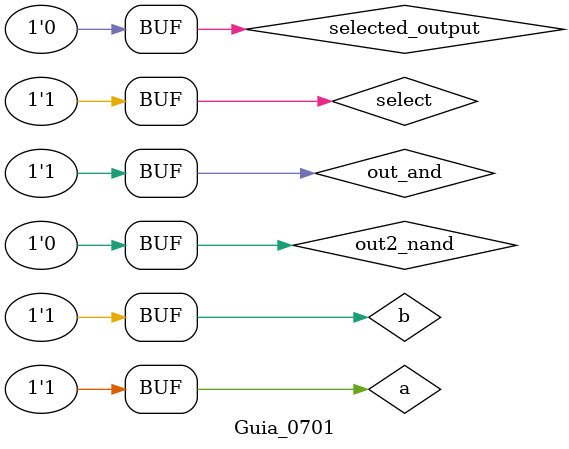
<source format=v>
/*
    Gabriel Glatz Campos
    811445
*/

module Guia_0701 ();

    reg a, b, select;
    wire out_and, out2_nand, selected_output;

    assign out_and = a & b;
    assign out2_nand = ~(a & b);
    assign selected_output = select ? out2_nand : out_and;

    initial begin
        $display("Guia_0701 - Gabriel Glatz Campos - 811445");
        $display("a    b    s    out");
        $monitor("%b    %b    %b    %b", a, b, select, selected_output);

        a = 0; b = 0; select = 0; // ---> 0 (AND)
        #1 a = 0; b = 0; select = 1; // ---> 1 (NAND)
        #1 a = 0; b = 1; select = 0; // ---> 0 (AND)
        #1 a = 0; b = 1; select = 1; // ---> 1 (NAND)
        #1 a = 1; b = 0; select = 0; // ---> 0 (AND)
        #1 a = 1; b = 0; select = 1; // ---> 1 (NAND)
        #1 a = 1; b = 1; select = 0; // ---> 1 (AND)
        #1 a = 1; b = 1; select = 1; // ---> 0 (NAND)
    end

endmodule

/*
Saida esperada:
Guia_0701 - Gabriel Glatz Campos - 811445

a   b   s  out
0   0   0   0
0   0   1   1
0   1   0   0
0   1   1   1
1   0   0   0
1   0   1   1
1   1   0   1
1   1   1   0
*/
</source>
